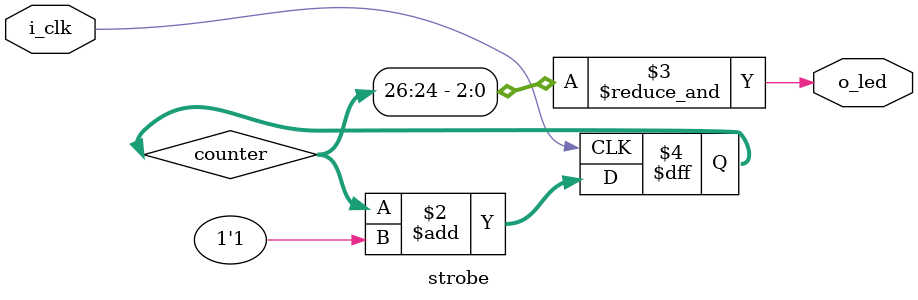
<source format=v>
module strobe(
    output o_led

    ,input i_clk
    );

    reg [26:0] counter;
    always @(posedge i_clk)
        counter <= counter + 1'b1;

    assign o_led = &counter[26:24];
endmodule

</source>
